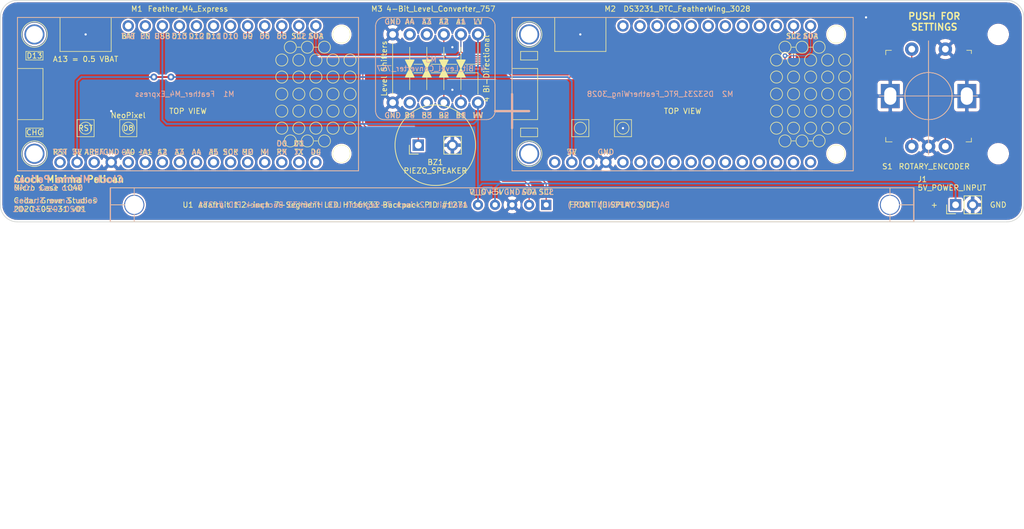
<source format=kicad_pcb>
(kicad_pcb (version 20171130) (host pcbnew "(5.1.6-0-10_14)")
  (title_block (title Clock_MiniM4_Pelican) (date 2020-05-31) (rev v01) (company "Cedar Grove Studios"))
  (layers (0 F.Cu signal) (31 B.Cu signal) (34 B.Paste user hide) (35 F.Paste user hide) (36 B.SilkS user) (37 F.SilkS user) (38 B.Mask user) (39 F.Mask user) (44 Edge.Cuts user))
  (net 0 "")
  (net 1 GND)
  (net 2 /SCL)
  (net 3 /SDA)
  (net 4 +3V3)
  (net 5 /D13-LED)
  (net 6 /D9)
  (net 7 /D6)
  (net 8 /D5)
  (net 9 /USB)
  (net 10 /5V_SCL)
  (net 11 /5V_SDA)
  (module Adafruit:1.2-inch_7-segment_LED_HT16K33_backpack (layer F.Cu) (at 152.4 91.44)
    (fp_text reference U1 (at -48.26 -22.86) (layer F.SilkS) (effects (font (size 0.8 0.8) (thickness 0.12))))
    (fp_text value 1.2-inch_7-segment_LED_HT16K33_backpack_1271)
    (fp_text user "Adafruit 1.2-inch 7-Segment LED HT16K33 Backpack PID #1271" (at -26.67 -22.86) (layer B.SilkS) (effects (font (size 0.8 0.8) (thickness 0.12)) (justify mirror)))
    (fp_text user +5V (at -2.54 -24.765) (layer B.SilkS) (effects (font (size 0.8 0.8) (thickness 0.12) italic) (justify mirror)))
    (fp_text user GND (at 0 -24.765) (layer B.SilkS) (effects (font (size 0.8 0.8) (thickness 0.12)) (justify mirror)))
    (fp_text user SDA (at 2.54 -24.765) (layer B.SilkS) (effects (font (size 0.8 0.8) (thickness 0.12) italic) (justify mirror)))
    (fp_text user V_IO (at -5.08 -24.765) (layer B.SilkS) (effects (font (size 0.8 0.8) (thickness 0.12)) (justify mirror)))
    (fp_text user SCL (at 5.08 -24.765) (layer B.SilkS) (effects (font (size 0.8 0.8) (thickness 0.12)) (justify mirror)))
    (fp_text user "BACK (COMPONENT SIDE)" (at 15.875 -22.86) (layer B.SilkS) (effects (font (size 0.8 0.8) (thickness 0.12)) (justify mirror)))
    (fp_text user "FRONT (DISPLAY SIDE)" (at 15.24 -22.86) (layer F.SilkS) (effects (font (size 0.8 0.8) (thickness 0.12))))
    (fp_text user "Adafruit 1.2-inch 7-Segment LED HT16K33 Backpack PID #1271" (at -26.67 -22.86) (layer F.SilkS) (effects (font (size 0.8 0.8) (thickness 0.12))))
    (fp_text user V_IO (at -5.08 -24.765) (layer F.SilkS) (effects (font (size 0.8 0.8) (thickness 0.12))))
    (fp_text user +5V (at -2.54 -24.765) (layer F.SilkS) (effects (font (size 0.8 0.8) (thickness 0.12) italic)))
    (fp_text user SCL (at 5.08 -24.765) (layer F.SilkS) (effects (font (size 0.8 0.8) (thickness 0.12))))
    (fp_text user SDA (at 2.54 -24.765) (layer F.SilkS) (effects (font (size 0.8 0.8) (thickness 0.12) italic)))
    (fp_text user GND (at 0 -24.765) (layer F.SilkS) (effects (font (size 0.8 0.8) (thickness 0.12))))
    (pad "" np_thru_hole circle (at -56.261 -22.86) (size 3 3) (drill 2.7) (layers *.Cu *.Mask))
    (pad "" np_thru_hole circle (at 56.261 -22.86) (size 3 3) (drill 2.7) (layers *.Cu *.Mask))
    (pad 1 thru_hole rect (at 5.08 -22.86) (size 1.524 1.524) (drill 0.762) (layers *.Cu *.Mask) (net 10 /5V_SCL))
    (pad 2 thru_hole circle (at 2.54 -22.86) (size 1.524 1.524) (drill 0.762) (layers *.Cu *.Mask) (net 11 /5V_SDA))
    (pad 4 thru_hole circle (at -2.54 -22.86) (size 1.524 1.524) (drill 0.762) (layers *.Cu *.Mask) (net 9 /USB))
    (pad 5 thru_hole circle (at -5.08 -22.86) (size 1.524 1.524) (drill 0.762) (layers *.Cu *.Mask) (net 9 /USB))
    (pad 3 thru_hole circle (at 0 -22.86) (size 1.524 1.524) (drill 0.762) (layers *.Cu *.Mask) (net 1 GND))
  )
  (module MountingHole:MountingHole_2.5mm (layer F.Cu) (at 224.79 60.96)
    (fp_text reference REF** hide)
    (fp_text value M2.5 hide)
    (pad "" np_thru_hole circle (at 0 0) (size 2.7 2.7) (drill 2.7) (layers *.Cu *.Mask))
  )
  (module MountingHole:MountingHole_2.5mm (layer F.Cu) (at 224.79 43.18)
    (fp_text reference REF** hide)
    (fp_text value M2.5 hide)
    (pad "" np_thru_hole circle (at 0 0) (size 2.7 2.7) (drill 2.7) (layers *.Cu *.Mask))
  )
  (module Adafruit:4-Bit_Level_Converter_757 (layer F.Cu) (at 140.97 48.26 270)
    (fp_text reference M3 (at -8.89 8.696666 180) (layer F.SilkS) (effects (font (size 0.8 0.8) (thickness 0.12))))
    (fp_text value 4-Bit_Level_Converter_757 (at -8.89 -0.828334 180) (layer F.SilkS) (effects (font (size 0.8 0.8) (thickness 0.12))))
    (fp_text user "4 Bi-Directional" (at 0 -7.62 90) (layer F.SilkS) (effects (font (size 0.8 0.8) (thickness 0.12))))
    (fp_text user "Level Shifters" (at 0 7.62 90) (layer F.SilkS) (effects (font (size 0.8 0.8) (thickness 0.12))))
    (fp_text user GND (at -6.985 6.35) (layer F.SilkS) (effects (font (size 0.8 0.8) (thickness 0.12))))
    (fp_text user GND (at 6.985 6.35) (layer F.SilkS) (effects (font (size 0.8 0.8) (thickness 0.12))))
    (fp_text user LV (at -6.985 -6.35) (layer F.SilkS) (effects (font (size 0.8 0.8) (thickness 0.12))))
    (fp_text user A1 (at -6.985 -3.81) (layer F.SilkS) (effects (font (size 0.8 0.8) (thickness 0.12))))
    (fp_text user A2 (at -6.985 -1.27) (layer F.SilkS) (effects (font (size 0.8 0.8) (thickness 0.12))))
    (fp_text user A3 (at -6.985 1.27) (layer F.SilkS) (effects (font (size 0.8 0.8) (thickness 0.12))))
    (fp_text user A4 (at -6.985 3.81) (layer F.SilkS) (effects (font (size 0.8 0.8) (thickness 0.12))))
    (fp_text user B4 (at 6.985 3.81) (layer F.SilkS) (effects (font (size 0.8 0.8) (thickness 0.12))))
    (fp_text user B3 (at 6.985 1.27) (layer F.SilkS) (effects (font (size 0.8 0.8) (thickness 0.12))))
    (fp_text user B2 (at 6.985 -1.27) (layer F.SilkS) (effects (font (size 0.8 0.8) (thickness 0.12))))
    (fp_text user B1 (at 6.985 -3.81) (layer F.SilkS) (effects (font (size 0.8 0.8) (thickness 0.12))))
    (fp_text user HV (at 6.985 -6.35) (layer F.SilkS) (effects (font (size 0.8 0.8) (thickness 0.12))))
    (fp_text user GND (at 6.985 6.35 180) (layer B.SilkS) (effects (font (size 0.8 0.8) (thickness 0.12)) (justify mirror)))
    (fp_text user B4 (at 6.985 3.81 180) (layer B.SilkS) (effects (font (size 0.8 0.8) (thickness 0.12)) (justify mirror)))
    (fp_text user B3 (at 6.985 1.27 180) (layer B.SilkS) (effects (font (size 0.8 0.8) (thickness 0.12)) (justify mirror)))
    (fp_text user B2 (at 6.985 -1.27 180) (layer B.SilkS) (effects (font (size 0.8 0.8) (thickness 0.12)) (justify mirror)))
    (fp_text user B1 (at 6.985 -3.81 180) (layer B.SilkS) (effects (font (size 0.8 0.8) (thickness 0.12)) (justify mirror)))
    (fp_text user HV (at 6.985 -6.35 180) (layer B.SilkS) (effects (font (size 0.8 0.8) (thickness 0.12)) (justify mirror)))
    (fp_text user GND (at -6.985 6.35 180) (layer B.SilkS) (effects (font (size 0.8 0.8) (thickness 0.12)) (justify mirror)))
    (fp_text user LV (at -6.985 -6.35 180) (layer B.SilkS) (effects (font (size 0.8 0.8) (thickness 0.12)) (justify mirror)))
    (fp_text user A1 (at -6.985 -3.81 180) (layer B.SilkS) (effects (font (size 0.8 0.8) (thickness 0.12)) (justify mirror)))
    (fp_text user A2 (at -6.985 -1.27 180) (layer B.SilkS) (effects (font (size 0.8 0.8) (thickness 0.12)) (justify mirror)))
    (fp_text user A3 (at -6.985 1.27 180) (layer B.SilkS) (effects (font (size 0.8 0.8) (thickness 0.12)) (justify mirror)))
    (fp_text user A4 (at -6.985 3.81 180) (layer B.SilkS) (effects (font (size 0.8 0.8) (thickness 0.12)) (justify mirror)))
    (pad 1 thru_hole circle (at -5.08 -6.35 270) (size 1.8 1.8) (drill 1) (layers *.Cu *.Mask) (net 4 +3V3))
    (pad 2 thru_hole circle (at -5.08 -3.81 270) (size 1.8 1.8) (drill 1) (layers *.Cu *.Mask) (net 3 /SDA))
    (pad 3 thru_hole circle (at -5.08 -1.27 270) (size 1.8 1.8) (drill 1) (layers *.Cu *.Mask) (net 2 /SCL))
    (pad 4 thru_hole circle (at -5.08 1.27 270) (size 1.8 1.8) (drill 1) (layers *.Cu *.Mask))
    (pad 5 thru_hole circle (at -5.08 3.81 270) (size 1.8 1.8) (drill 1) (layers *.Cu *.Mask))
    (pad 6 thru_hole circle (at -5.08 6.35 270) (size 1.8 1.8) (drill 1) (layers *.Cu *.Mask) (net 1 GND))
    (pad 7 thru_hole circle (at 5.08 6.35 270) (size 1.8 1.8) (drill 1) (layers *.Cu *.Mask) (net 1 GND))
    (pad 8 thru_hole circle (at 5.08 3.81 270) (size 1.8 1.8) (drill 1) (layers *.Cu *.Mask))
    (pad 9 thru_hole circle (at 5.08 1.27 270) (size 1.8 1.8) (drill 1) (layers *.Cu *.Mask))
    (pad 10 thru_hole circle (at 5.08 -1.27 270) (size 1.8 1.8) (drill 1) (layers *.Cu *.Mask) (net 10 /5V_SCL))
    (pad 11 thru_hole circle (at 5.08 -3.81 270) (size 1.8 1.8) (drill 1) (layers *.Cu *.Mask) (net 11 /5V_SDA))
    (pad 12 thru_hole circle (at 5.08 -6.35 270) (size 1.8 1.8) (drill 1) (layers *.Cu *.Mask) (net 9 /USB))
  )
  (module Adafruit:Adafruit_Feather_M4_Express (layer F.Cu) (at 177.8 52.07)
    (fp_text reference M2 (at -10.795 -12.7) (layer F.SilkS) (effects (font (size 0.8 0.8) (thickness 0.12))))
    (fp_text value DS3231_RTC_FeatherWing_3028 (at 0.635 -12.7) (layer F.SilkS) (effects (font (size 0.8 0.8) (thickness 0.12))))
    (fp_text user "TOP VIEW" (at 0 2.54) (layer F.SilkS) (effects (font (size 0.8 0.8) (thickness 0.12))))
    (fp_text user 3V (at -16.51 8.636) (layer F.SilkS) (effects (font (size 0.8 0.8) (thickness 0.12))))
    (fp_text user GND (at -11.43 8.636) (layer F.SilkS) (effects (font (size 0.8 0.8) (thickness 0.12))))
    (fp_text user SDA (at 19.05 -8.636) (layer F.SilkS) (effects (font (size 0.8 0.8) (thickness 0.12))))
    (fp_text user SCL (at 16.51 -8.636) (layer F.SilkS) (effects (font (size 0.8 0.8) (thickness 0.12))))
    (fp_text user 3V (at -16.518111 8.67125) (layer B.SilkS) (effects (font (size 0.8 0.8) (thickness 0.12)) (justify mirror)))
    (fp_text user GND (at -11.438111 8.67125) (layer B.SilkS) (effects (font (size 0.8 0.8) (thickness 0.12)) (justify mirror)))
    (fp_text user SCL (at 16.501889 -8.60075) (layer B.SilkS) (effects (font (size 0.8 0.8) (thickness 0.12)) (justify mirror)))
    (fp_text user SDA (at 19.041889 -8.60075) (layer B.SilkS) (effects (font (size 0.8 0.8) (thickness 0.12)) (justify mirror)))
    (pad 1 thru_hole circle (at -19.05 10.16) (size 1.7 1.7) (drill 1) (layers *.Cu *.Mask))
    (pad 2 thru_hole circle (at -16.51 10.16) (size 1.7 1.7) (drill 1) (layers *.Cu *.Mask) (net 4 +3V3))
    (pad 3 thru_hole circle (at -13.97 10.16) (size 1.7 1.7) (drill 1) (layers *.Cu *.Mask))
    (pad 4 thru_hole circle (at -11.43 10.16) (size 1.7 1.7) (drill 1) (layers *.Cu *.Mask) (net 1 GND))
    (pad 5 thru_hole circle (at -8.89 10.16) (size 1.7 1.7) (drill 1) (layers *.Cu *.Mask))
    (pad 6 thru_hole circle (at -6.35 10.16) (size 1.7 1.7) (drill 1) (layers *.Cu *.Mask))
    (pad 7 thru_hole circle (at -3.81 10.16) (size 1.7 1.7) (drill 1) (layers *.Cu *.Mask))
    (pad 8 thru_hole circle (at -1.27 10.16) (size 1.7 1.7) (drill 1) (layers *.Cu *.Mask))
    (pad 9 thru_hole circle (at 1.27 10.16) (size 1.7 1.7) (drill 1) (layers *.Cu *.Mask))
    (pad 10 thru_hole circle (at 3.81 10.16) (size 1.7 1.7) (drill 1) (layers *.Cu *.Mask))
    (pad 11 thru_hole circle (at 6.35 10.16) (size 1.7 1.7) (drill 1) (layers *.Cu *.Mask))
    (pad 12 thru_hole circle (at 8.89 10.16) (size 1.7 1.7) (drill 1) (layers *.Cu *.Mask))
    (pad 13 thru_hole circle (at 11.43 10.16) (size 1.7 1.7) (drill 1) (layers *.Cu *.Mask))
    (pad 14 thru_hole circle (at 13.97 10.16) (size 1.7 1.7) (drill 1) (layers *.Cu *.Mask))
    (pad 15 thru_hole circle (at 16.51 10.16) (size 1.7 1.7) (drill 1) (layers *.Cu *.Mask))
    (pad 16 thru_hole circle (at 19.05 10.16) (size 1.7 1.7) (drill 1) (layers *.Cu *.Mask))
    (pad 17 thru_hole circle (at -8.89 -10.16) (size 1.7 1.7) (drill 1) (layers *.Cu *.Mask))
    (pad 18 thru_hole circle (at -6.35 -10.16) (size 1.7 1.7) (drill 1) (layers *.Cu *.Mask))
    (pad 19 thru_hole circle (at -3.81 -10.16) (size 1.7 1.7) (drill 1) (layers *.Cu *.Mask))
    (pad 20 thru_hole circle (at -1.27 -10.16) (size 1.7 1.7) (drill 1) (layers *.Cu *.Mask))
    (pad 21 thru_hole circle (at 1.27 -10.16) (size 1.7 1.7) (drill 1) (layers *.Cu *.Mask))
    (pad 22 thru_hole circle (at 3.81 -10.16) (size 1.7 1.7) (drill 1) (layers *.Cu *.Mask))
    (pad 23 thru_hole circle (at 6.35 -10.16) (size 1.7 1.7) (drill 1) (layers *.Cu *.Mask))
    (pad 24 thru_hole circle (at 8.89 -10.16) (size 1.7 1.7) (drill 1) (layers *.Cu *.Mask))
    (pad 25 thru_hole circle (at 11.43 -10.16) (size 1.7 1.7) (drill 1) (layers *.Cu *.Mask))
    (pad 26 thru_hole circle (at 13.97 -10.16) (size 1.7 1.7) (drill 1) (layers *.Cu *.Mask))
    (pad 27 thru_hole circle (at 16.51 -10.16) (size 1.7 1.7) (drill 1) (layers *.Cu *.Mask) (net 2 /SCL))
    (pad 28 thru_hole circle (at 19.05 -10.16) (size 1.7 1.7) (drill 1) (layers *.Cu *.Mask) (net 3 /SDA))
    (pad "" np_thru_hole circle (at 22.86 -8.89) (size 2.5 2.5) (drill 2.5) (layers *.Cu *.Mask))
    (pad "" np_thru_hole circle (at 22.86 8.89) (size 2.5 2.5) (drill 2.5) (layers *.Cu *.Mask))
    (pad "" thru_hole circle (at -22.86 8.89) (size 3 3) (drill 2.5) (layers *.Cu *.Mask))
    (pad "" thru_hole circle (at -22.86 -8.89) (size 3 3) (drill 2.5) (layers *.Cu *.Mask))
  )
  (module Socket_Strips:Socket_Strip_Straight_1x02_Pitch2.54mm (layer F.Cu) (at 138.43 59.69 90)
    (fp_text reference BZ1 (at -2.54 2.54 180) (layer F.SilkS) (effects (font (size 0.8 0.8) (thickness 0.12))))
    (fp_text value PIEZO_SPEAKER (at -3.81 2.54 180) (layer F.SilkS) (effects (font (size 0.8 0.8) (thickness 0.12))))
    (pad 2 thru_hole oval (at 0 5.08 90) (size 1.7 1.7) (drill 1) (layers *.Cu *.Mask) (net 1 GND))
    (pad 1 thru_hole rect (at 0 0 90) (size 1.7 1.7) (drill 1) (layers *.Cu *.Mask) (net 5 /D13-LED))
  )
  (module Connector_PinHeader_2.54mm:PinHeader_1x02_P2.54mm_Vertical (layer F.Cu) (at 218.44 68.58 90)
    (fp_text reference J1 (at 3.81 -5.715) (layer F.SilkS) (effects (font (size 0.8 0.8) (thickness 0.12)) (justify left)))
    (fp_text value 5V_POWER_INPUT (at 2.54 -5.715) (layer F.SilkS) (effects (font (size 0.8 0.8) (thickness 0.12)) (justify left)))
    (pad 2 thru_hole oval (at 0 2.54 90) (size 1.7 1.7) (drill 1) (layers *.Cu *.Mask) (net 1 GND))
    (pad 1 thru_hole rect (at 0 0 90) (size 1.7 1.7) (drill 1) (layers *.Cu *.Mask) (net 9 /USB))
  )
  (module digikey-footprints:Rotary_Encoder_Switched_PEC11R_mntg_hole (layer F.Cu) (at 208.915 52.07)
    (fp_text reference S1 hide)
    (fp_text value ROTARY_ENCODER (at 6.35 10.795) (layer F.SilkS) (effects (font (size 0.8 0.8) (thickness 0.12))))
    (fp_text user %R (at -0.635 10.795) (layer F.SilkS) (effects (font (size 0.8 0.8) (thickness 0.12))))
    (pad B thru_hole circle (at 8 7.8) (size 2 2) (drill 1) (layers *.Cu *.Mask) (net 8 /D5))
    (pad C thru_hole circle (at 5.5 7.8) (size 2 2) (drill 1) (layers *.Cu *.Mask) (net 1 GND))
    (pad A thru_hole circle (at 3 7.8) (size 2 2) (drill 1) (layers *.Cu *.Mask) (net 7 /D6))
    (pad 2 thru_hole circle (at 8 -6.7) (size 2 2) (drill 1) (layers *.Cu *.Mask) (net 1 GND))
    (pad 1 thru_hole circle (at 3 -6.7) (size 2 2) (drill 1) (layers *.Cu *.Mask) (net 6 /D9))
    (pad 3 thru_hole rect (at 11.2 0.3) (size 2.8 3.6) (drill oval 1.8 2.6) (layers *.Cu *.Mask) (net 1 GND))
    (pad 3 thru_hole rect (at -0.2 0.3) (size 2.8 3.6) (drill oval 1.8 2.6) (layers *.Cu *.Mask) (net 1 GND))
  )
  (module Adafruit:Adafruit_Feather_M4_Express (layer F.Cu) (at 104.14 52.07)
    (fp_text reference M1 (at -7.62 -12.7) (layer F.SilkS) (effects (font (size 0.8 0.8) (thickness 0.12))))
    (fp_text value Feather_M4_Express (at 0 -12.7) (layer F.SilkS) (effects (font (size 0.8 0.8) (thickness 0.12))))
    (fp_text user "A13 = 0.5 VBAT" (at -15.24 -5.207) (layer F.SilkS) (effects (font (size 0.8 0.8) (thickness 0.12))))
    (fp_text user "TOP VIEW" (at 0 2.54) (layer F.SilkS) (effects (font (size 0.8 0.8) (thickness 0.12))))
    (fp_text user NeoPixel (at -8.89 3.175) (layer F.SilkS) (effects (font (size 0.8 0.8) (thickness 0.12))))
    (fp_text user D8 (at -8.89 5.08) (layer F.SilkS) (effects (font (size 0.8 0.8) (thickness 0.12))))
    (fp_text user RST (at -15.24 5.08) (layer F.SilkS) (effects (font (size 0.8 0.8) (thickness 0.12))))
    (fp_text user CHG (at -22.86 5.715) (layer F.SilkS) (effects (font (size 0.8 0.8) (thickness 0.12))))
    (fp_text user D13 (at -22.86 -5.715) (layer F.SilkS) (effects (font (size 0.8 0.8) (thickness 0.12))))
    (fp_text user D1 (at 16.51 7.366) (layer F.SilkS) (effects (font (size 0.8 0.8) (thickness 0.12))))
    (fp_text user D0 (at 13.97 7.366) (layer F.SilkS) (effects (font (size 0.8 0.8) (thickness 0.12))))
    (fp_text user RST (at -19.05 8.636) (layer F.SilkS) (effects (font (size 0.8 0.8) (thickness 0.12))))
    (fp_text user 3V (at -16.51 8.636) (layer F.SilkS) (effects (font (size 0.8 0.8) (thickness 0.12))))
    (fp_text user AREF (at -13.97 8.636) (layer F.SilkS) (effects (font (size 0.8 0.8) (thickness 0.12))))
    (fp_text user GND (at -11.43 8.636) (layer F.SilkS) (effects (font (size 0.8 0.8) (thickness 0.12))))
    (fp_text user ~~A0 (at -8.89 8.636) (layer F.SilkS) (effects (font (size 0.8 0.8) (thickness 0.12))))
    (fp_text user ~~A1 (at -6.35 8.636) (layer F.SilkS) (effects (font (size 0.8 0.8) (thickness 0.12))))
    (fp_text user A2 (at -3.81 8.636) (layer F.SilkS) (effects (font (size 0.8 0.8) (thickness 0.12))))
    (fp_text user A4 (at 1.27 8.636) (layer F.SilkS) (effects (font (size 0.8 0.8) (thickness 0.12))))
    (fp_text user A5 (at 3.81 8.636) (layer F.SilkS) (effects (font (size 0.8 0.8) (thickness 0.12))))
    (fp_text user A3 (at -1.27 8.636) (layer F.SilkS) (effects (font (size 0.8 0.8) (thickness 0.12))))
    (fp_text user SCK (at 6.35 8.636) (layer F.SilkS) (effects (font (size 0.8 0.8) (thickness 0.12))))
    (fp_text user MI (at 11.43 8.636) (layer F.SilkS) (effects (font (size 0.8 0.8) (thickness 0.12))))
    (fp_text user MO (at 8.89 8.636) (layer F.SilkS) (effects (font (size 0.8 0.8) (thickness 0.12))))
    (fp_text user RX (at 13.97 8.636) (layer F.SilkS) (effects (font (size 0.8 0.8) (thickness 0.12))))
    (fp_text user D13 (at -1.27 -8.636) (layer F.SilkS) (effects (font (size 0.8 0.8) (thickness 0.12))))
    (fp_text user D11 (at 3.81 -8.636) (layer F.SilkS) (effects (font (size 0.8 0.8) (thickness 0.12))))
    (fp_text user D10 (at 6.35 -8.636) (layer F.SilkS) (effects (font (size 0.8 0.8) (thickness 0.12))))
    (fp_text user EN (at -6.35 -8.636) (layer F.SilkS) (effects (font (size 0.8 0.8) (thickness 0.12))))
    (fp_text user USB (at -3.81 -8.636) (layer F.SilkS) (effects (font (size 0.8 0.8) (thickness 0.12))))
    (fp_text user D12 (at 1.27 -8.636) (layer F.SilkS) (effects (font (size 0.8 0.8) (thickness 0.12))))
    (fp_text user BAT (at -8.89 -8.636) (layer F.SilkS) (effects (font (size 0.8 0.8) (thickness 0.12))))
    (fp_text user SDA (at 19.05 -8.636) (layer F.SilkS) (effects (font (size 0.8 0.8) (thickness 0.12))))
    (fp_text user SCL (at 16.51 -8.636) (layer F.SilkS) (effects (font (size 0.8 0.8) (thickness 0.12))))
    (fp_text user D6 (at 11.43 -8.636) (layer F.SilkS) (effects (font (size 0.8 0.8) (thickness 0.12))))
    (fp_text user D9 (at 8.89 -8.636) (layer F.SilkS) (effects (font (size 0.8 0.8) (thickness 0.12))))
    (fp_text user D5 (at 13.97 -8.636) (layer F.SilkS) (effects (font (size 0.8 0.8) (thickness 0.12))))
    (fp_text user TX (at 16.51 8.636) (layer F.SilkS) (effects (font (size 0.8 0.8) (thickness 0.12))))
    (fp_text user D4 (at 19.05 8.636) (layer F.SilkS) (effects (font (size 0.8 0.8) (thickness 0.12))))
    (fp_text user D1 (at 16.501889 7.40125) (layer B.SilkS) (effects (font (size 0.8 0.8) (thickness 0.12)) (justify mirror)))
    (fp_text user D0 (at 13.961889 7.40125) (layer B.SilkS) (effects (font (size 0.8 0.8) (thickness 0.12)) (justify mirror)))
    (fp_text user RST (at -19.058111 8.67125) (layer B.SilkS) (effects (font (size 0.8 0.8) (thickness 0.12)) (justify mirror)))
    (fp_text user 3V (at -16.518111 8.67125) (layer B.SilkS) (effects (font (size 0.8 0.8) (thickness 0.12)) (justify mirror)))
    (fp_text user AREF (at -13.978111 8.67125) (layer B.SilkS) (effects (font (size 0.8 0.8) (thickness 0.12)) (justify mirror)))
    (fp_text user GND (at -11.438111 8.67125) (layer B.SilkS) (effects (font (size 0.8 0.8) (thickness 0.12)) (justify mirror)))
    (fp_text user ~~A0 (at -8.898111 8.67125) (layer B.SilkS) (effects (font (size 0.8 0.8) (thickness 0.12)) (justify mirror)))
    (fp_text user D10 (at 6.341889 -8.60075) (layer B.SilkS) (effects (font (size 0.8 0.8) (thickness 0.12)) (justify mirror)))
    (fp_text user MO (at 8.881889 8.67125) (layer B.SilkS) (effects (font (size 0.8 0.8) (thickness 0.12)) (justify mirror)))
    (fp_text user D9 (at 8.881889 -8.60075) (layer B.SilkS) (effects (font (size 0.8 0.8) (thickness 0.12)) (justify mirror)))
    (fp_text user SCL (at 16.501889 -8.60075) (layer B.SilkS) (effects (font (size 0.8 0.8) (thickness 0.12)) (justify mirror)))
    (fp_text user MI (at 11.421889 8.67125) (layer B.SilkS) (effects (font (size 0.8 0.8) (thickness 0.12)) (justify mirror)))
    (fp_text user D6 (at 11.421889 -8.60075) (layer B.SilkS) (effects (font (size 0.8 0.8) (thickness 0.12)) (justify mirror)))
    (fp_text user BAT (at -8.898111 -8.60075) (layer B.SilkS) (effects (font (size 0.8 0.8) (thickness 0.12)) (justify mirror)))
    (fp_text user D4 (at 19.041889 8.67125) (layer B.SilkS) (effects (font (size 0.8 0.8) (thickness 0.12)) (justify mirror)))
    (fp_text user SCK (at 6.341889 8.67125) (layer B.SilkS) (effects (font (size 0.8 0.8) (thickness 0.12)) (justify mirror)))
    (fp_text user D5 (at 13.961889 -8.60075) (layer B.SilkS) (effects (font (size 0.8 0.8) (thickness 0.12)) (justify mirror)))
    (fp_text user ~~A1 (at -6.358111 8.67125) (layer B.SilkS) (effects (font (size 0.8 0.8) (thickness 0.12)) (justify mirror)))
    (fp_text user A2 (at -3.818111 8.67125) (layer B.SilkS) (effects (font (size 0.8 0.8) (thickness 0.12)) (justify mirror)))
    (fp_text user D11 (at 3.801889 -8.60075) (layer B.SilkS) (effects (font (size 0.8 0.8) (thickness 0.12)) (justify mirror)))
    (fp_text user A3 (at -1.278111 8.67125) (layer B.SilkS) (effects (font (size 0.8 0.8) (thickness 0.12)) (justify mirror)))
    (fp_text user RX (at 13.961889 8.67125) (layer B.SilkS) (effects (font (size 0.8 0.8) (thickness 0.12)) (justify mirror)))
    (fp_text user SDA (at 19.041889 -8.60075) (layer B.SilkS) (effects (font (size 0.8 0.8) (thickness 0.12)) (justify mirror)))
    (fp_text user A5 (at 3.801889 8.67125) (layer B.SilkS) (effects (font (size 0.8 0.8) (thickness 0.12)) (justify mirror)))
    (fp_text user D13 (at -1.278111 -8.60075) (layer B.SilkS) (effects (font (size 0.8 0.8) (thickness 0.12)) (justify mirror)))
    (fp_text user EN (at -6.358111 -8.60075) (layer B.SilkS) (effects (font (size 0.8 0.8) (thickness 0.12)) (justify mirror)))
    (fp_text user USB (at -3.818111 -8.60075) (layer B.SilkS) (effects (font (size 0.8 0.8) (thickness 0.12)) (justify mirror)))
    (fp_text user A4 (at 1.261889 8.67125) (layer B.SilkS) (effects (font (size 0.8 0.8) (thickness 0.12)) (justify mirror)))
    (fp_text user D12 (at 1.261889 -8.60075) (layer B.SilkS) (effects (font (size 0.8 0.8) (thickness 0.12)) (justify mirror)))
    (fp_text user TX (at 16.501889 8.67125) (layer B.SilkS) (effects (font (size 0.8 0.8) (thickness 0.12)) (justify mirror)))
    (pad 1 thru_hole circle (at -19.05 10.16) (size 1.7 1.7) (drill 1) (layers *.Cu *.Mask))
    (pad 2 thru_hole circle (at -16.51 10.16) (size 1.7 1.7) (drill 1) (layers *.Cu *.Mask) (net 4 +3V3))
    (pad 3 thru_hole circle (at -13.97 10.16) (size 1.7 1.7) (drill 1) (layers *.Cu *.Mask))
    (pad 4 thru_hole circle (at -11.43 10.16) (size 1.7 1.7) (drill 1) (layers *.Cu *.Mask) (net 1 GND))
    (pad 5 thru_hole circle (at -8.89 10.16) (size 1.7 1.7) (drill 1) (layers *.Cu *.Mask))
    (pad 6 thru_hole circle (at -6.35 10.16) (size 1.7 1.7) (drill 1) (layers *.Cu *.Mask))
    (pad 7 thru_hole circle (at -3.81 10.16) (size 1.7 1.7) (drill 1) (layers *.Cu *.Mask))
    (pad 8 thru_hole circle (at -1.27 10.16) (size 1.7 1.7) (drill 1) (layers *.Cu *.Mask))
    (pad 9 thru_hole circle (at 1.27 10.16) (size 1.7 1.7) (drill 1) (layers *.Cu *.Mask))
    (pad 10 thru_hole circle (at 3.81 10.16) (size 1.7 1.7) (drill 1) (layers *.Cu *.Mask))
    (pad 11 thru_hole circle (at 6.35 10.16) (size 1.7 1.7) (drill 1) (layers *.Cu *.Mask))
    (pad 12 thru_hole circle (at 8.89 10.16) (size 1.7 1.7) (drill 1) (layers *.Cu *.Mask))
    (pad 13 thru_hole circle (at 11.43 10.16) (size 1.7 1.7) (drill 1) (layers *.Cu *.Mask))
    (pad 14 thru_hole circle (at 13.97 10.16) (size 1.7 1.7) (drill 1) (layers *.Cu *.Mask))
    (pad 15 thru_hole circle (at 16.51 10.16) (size 1.7 1.7) (drill 1) (layers *.Cu *.Mask))
    (pad 16 thru_hole circle (at 19.05 10.16) (size 1.7 1.7) (drill 1) (layers *.Cu *.Mask))
    (pad 17 thru_hole circle (at -8.89 -10.16) (size 1.7 1.7) (drill 1) (layers *.Cu *.Mask))
    (pad 18 thru_hole circle (at -6.35 -10.16) (size 1.7 1.7) (drill 1) (layers *.Cu *.Mask))
    (pad 19 thru_hole circle (at -3.81 -10.16) (size 1.7 1.7) (drill 1) (layers *.Cu *.Mask) (net 9 /USB))
    (pad 20 thru_hole circle (at -1.27 -10.16) (size 1.7 1.7) (drill 1) (layers *.Cu *.Mask) (net 5 /D13-LED))
    (pad 21 thru_hole circle (at 1.27 -10.16) (size 1.7 1.7) (drill 1) (layers *.Cu *.Mask))
    (pad 22 thru_hole circle (at 3.81 -10.16) (size 1.7 1.7) (drill 1) (layers *.Cu *.Mask))
    (pad 23 thru_hole circle (at 6.35 -10.16) (size 1.7 1.7) (drill 1) (layers *.Cu *.Mask))
    (pad 24 thru_hole circle (at 8.89 -10.16) (size 1.7 1.7) (drill 1) (layers *.Cu *.Mask) (net 6 /D9))
    (pad 25 thru_hole circle (at 11.43 -10.16) (size 1.7 1.7) (drill 1) (layers *.Cu *.Mask) (net 7 /D6))
    (pad 26 thru_hole circle (at 13.97 -10.16) (size 1.7 1.7) (drill 1) (layers *.Cu *.Mask) (net 8 /D5))
    (pad 27 thru_hole circle (at 16.51 -10.16) (size 1.7 1.7) (drill 1) (layers *.Cu *.Mask) (net 2 /SCL))
    (pad 28 thru_hole circle (at 19.05 -10.16) (size 1.7 1.7) (drill 1) (layers *.Cu *.Mask) (net 3 /SDA))
    (pad "" np_thru_hole circle (at 22.86 -8.89) (size 2.5 2.5) (drill 2.5) (layers *.Cu *.Mask))
    (pad "" np_thru_hole circle (at 22.86 8.89) (size 2.5 2.5) (drill 2.5) (layers *.Cu *.Mask))
    (pad "" thru_hole circle (at -22.86 8.89) (size 3 3) (drill 2.5) (layers *.Cu *.Mask))
    (pad "" thru_hole circle (at -22.86 -8.89) (size 3 3) (drill 2.5) (layers *.Cu *.Mask))
  )
  (gr_line (start 212.217 66.04) (end 212.217 71.12) (layer B.SilkS) (width 0.15))
  (gr_line (start 92.583 66.04) (end 92.583 71.12) (layer B.SilkS) (width 0.15))
  (gr_line (start 212.217 66.04) (end 212.217 71.12) (layer F.SilkS) (width 0.15))
  (gr_line (start 92.583 66.04) (end 92.583 71.12) (layer F.SilkS) (width 0.15))
  (gr_line (start 152.4 57.15) (end 152.4 52.07) (layer B.SilkS) (width 0.3))
  (gr_line (start 149.86 54.61) (end 154.94 54.61) (layer B.SilkS) (width 0.3))
  (gr_line (start 149.86 54.61) (end 154.94 54.61) (layer F.SilkS) (width 0.3))
  (gr_line (start 152.4 52.07) (end 152.4 57.15) (layer F.SilkS) (width 0.3))
  (gr_text "Micro Case 1040" (at 78.105 66.04) (layer F.SilkS) (effects (font (size 0.8 0.8) (thickness 0.12)) (justify left)))
  (gr_text "Micro Case 1040" (at 78.105 66.04) (layer B.SilkS) (effects (font (size 0.8 0.8) (thickness 0.12)) (justify right mirror)))
  (gr_text "Cedar Grove Studios" (at 90.805 67.945) (layer B.SilkS) (effects (font (size 0.8 0.8) (thickness 0.12)) (justify left mirror)))
  (gr_text "Clock Minima Pelican\n" (at 94.615 64.77) (layer B.SilkS) (effects (font (size 1 1) (thickness 0.2)) (justify left mirror)))
  (gr_text "2020-05-31 v01" (at 88.9 69.215) (layer B.SilkS) (effects (font (size 0.8 0.8) (thickness 0.12)) (justify left mirror)))
  (gr_text "M2  DS3231_RTC_FeatherWing_3028" (at 185.42 52.07) (layer B.SilkS) (effects (font (size 0.8 0.8) (thickness 0.12)) (justify left mirror)))
  (gr_text "M3\n4-Bit_Level_Converter_757" (at 140.335 47.625) (layer B.SilkS) (effects (font (size 0.8 0.8) (thickness 0.12)) (justify mirror)))
  (gr_text "M1  Feather_M4_Express" (at 111.125 52.07) (layer B.SilkS) (effects (font (size 0.8 0.8) (thickness 0.12)) (justify left mirror)))
  (gr_text "PUSH FOR\nSETTINGS" (at 215.265 41.275) (layer F.SilkS) (effects (font (size 1 1) (thickness 0.2))))
  (gr_text GND (at 224.79 68.58) (layer F.SilkS) (effects (font (size 0.8 0.8) (thickness 0.12))))
  (gr_text + (at 215.265 68.58) (layer F.SilkS) (effects (font (size 0.8 0.8) (thickness 0.12))))
  (gr_arc (start 78.74 68.58) (end 76.2 68.58) (angle -90) (layer Edge.Cuts) (width 0.1))
  (gr_arc (start 226.06 68.58) (end 226.06 71.12) (angle -90) (layer Edge.Cuts) (width 0.1))
  (gr_arc (start 226.06 40.64) (end 228.6 40.64) (angle -90) (layer Edge.Cuts) (width 0.1))
  (gr_arc (start 78.74 40.64) (end 78.74 38.1) (angle -90) (layer Edge.Cuts) (width 0.1))
  (gr_line (start 78.74 38.1) (end 226.06 38.1) (layer Edge.Cuts) (width 0.1))
  (gr_line (start 76.2 68.58) (end 76.2 40.64) (layer Edge.Cuts) (width 0.1))
  (gr_line (start 228.6 68.58) (end 228.6 40.64) (layer Edge.Cuts) (width 0.1))
  (gr_line (start 78.74 71.12) (end 226.06 71.12) (layer Edge.Cuts) (width 0.1))
  (gr_text "2020-05-31 v01" (at 78.105 69.215) (layer F.SilkS) (effects (font (size 0.8 0.8) (thickness 0.12)) (justify left)))
  (gr_text "Clock Minima Pelican\n" (at 78.105 64.77) (layer F.SilkS) (effects (font (size 1 1) (thickness 0.2)) (justify left)))
  (gr_text "Cedar Grove Studios" (at 78.105 67.945) (layer F.SilkS) (effects (font (size 0.8 0.8) (thickness 0.12)) (justify left)))
  (via (at 162.56 43.18) (size 0.6858) (drill 0.3302) (layers F.Cu B.Cu) (net 1))
  (via (at 92.71 54.61) (size 0.6858) (drill 0.3302) (layers F.Cu B.Cu) (net 1))
  (via (at 168.91 57.15) (size 0.6858) (drill 0.3302) (layers F.Cu B.Cu) (net 1))
  (via (at 88.9 43.18) (size 0.6858) (drill 0.3302) (layers F.Cu B.Cu) (net 1))
  (via (at 205.105 40.64) (size 0.6858) (drill 0.3302) (layers F.Cu B.Cu) (net 1))
  (via (at 143.51 45.085) (size 0.6858) (drill 0.3302) (layers F.Cu B.Cu) (net 1))
  (via (at 143.51 51.435) (size 0.6858) (drill 0.3302) (layers F.Cu B.Cu) (net 1))
  (segment (start 120.980191 46.685191) (end 120.65 46.355) (width 0.1524) (layer F.Cu) (net 2))
  (segment (start 120.65 46.355) (end 120.65 41.91) (width 0.1524) (layer F.Cu) (net 2))
  (segment (start 152.753388 48.59019) (end 150.848389 46.685191) (width 0.1524) (layer F.Cu) (net 2))
  (segment (start 193.97981 48.59019) (end 152.753388 48.59019) (width 0.1524) (layer F.Cu) (net 2))
  (segment (start 194.31 48.26) (end 193.97981 48.59019) (width 0.1524) (layer F.Cu) (net 2))
  (segment (start 194.31 41.91) (end 194.31 48.26) (width 0.1524) (layer F.Cu) (net 2))
  (segment (start 142.24 46.355) (end 142.570191 46.685191) (width 0.1524) (layer F.Cu) (net 2))
  (segment (start 142.24 43.18) (end 142.24 46.355) (width 0.1524) (layer F.Cu) (net 2))
  (segment (start 142.570191 46.685191) (end 120.980191 46.685191) (width 0.1524) (layer F.Cu) (net 2))
  (segment (start 150.848389 46.685191) (end 142.570191 46.685191) (width 0.1524) (layer F.Cu) (net 2))
  (segment (start 123.19 41.91) (end 123.19 41.275) (width 0.1524) (layer F.Cu) (net 3))
  (segment (start 196.85 41.91) (end 196.85 45.72) (width 0.1524) (layer B.Cu) (net 3))
  (segment (start 196.85 45.72) (end 196.215 46.355) (width 0.1524) (layer B.Cu) (net 3))
  (via (at 193.04 46.355) (size 0.6858) (drill 0.3302) (layers F.Cu B.Cu) (net 3))
  (segment (start 196.215 46.355) (end 193.04 46.355) (width 0.1524) (layer B.Cu) (net 3))
  (segment (start 144.78 45.72) (end 144.78 43.18) (width 0.1524) (layer F.Cu) (net 3))
  (segment (start 150.495 46.355) (end 145.415 46.355) (width 0.1524) (layer F.Cu) (net 3))
  (segment (start 145.415 46.355) (end 144.78 45.72) (width 0.1524) (layer F.Cu) (net 3))
  (segment (start 150.520381 46.380381) (end 150.495 46.355) (width 0.1524) (layer F.Cu) (net 3))
  (segment (start 151.155381 46.380381) (end 150.520381 46.380381) (width 0.1524) (layer F.Cu) (net 3))
  (segment (start 153.035 48.26) (end 151.155381 46.380381) (width 0.1524) (layer F.Cu) (net 3))
  (segment (start 192.405 48.26) (end 153.035 48.26) (width 0.1524) (layer F.Cu) (net 3))
  (segment (start 193.04 47.625) (end 192.405 48.26) (width 0.1524) (layer F.Cu) (net 3))
  (segment (start 193.04 46.355) (end 193.04 47.625) (width 0.1524) (layer F.Cu) (net 3))
  (segment (start 123.19 41.91) (end 123.19 45.72) (width 0.1524) (layer B.Cu) (net 3))
  (segment (start 123.19 45.72) (end 123.825 46.355) (width 0.1524) (layer B.Cu) (net 3))
  (segment (start 123.825 46.355) (end 144.145 46.355) (width 0.1524) (layer B.Cu) (net 3))
  (segment (start 144.78 45.72) (end 144.78 43.18) (width 0.1524) (layer B.Cu) (net 3))
  (segment (start 144.145 46.355) (end 144.78 45.72) (width 0.1524) (layer B.Cu) (net 3))
  (via (at 99.06 49.53) (size 1.016) (drill 0.508) (layers F.Cu B.Cu) (net 4))
  (via (at 101.6 49.53) (size 1.016) (drill 0.508) (layers F.Cu B.Cu) (net 4))
  (segment (start 99.06 49.53) (end 101.6 49.53) (width 0.254) (layer F.Cu) (net 4))
  (segment (start 147.32 48.895) (end 147.955 49.53) (width 0.254) (layer B.Cu) (net 4))
  (segment (start 147.32 43.18) (end 147.32 48.895) (width 0.254) (layer B.Cu) (net 4))
  (segment (start 149.225 49.53) (end 147.955 49.53) (width 0.254) (layer B.Cu) (net 4))
  (segment (start 146.933332 49.53) (end 147.955 49.53) (width 0.254) (layer B.Cu) (net 4))
  (segment (start 101.6 49.53) (end 146.933332 49.53) (width 0.254) (layer B.Cu) (net 4))
  (segment (start 88.265 49.53) (end 99.06 49.53) (width 0.254) (layer B.Cu) (net 4))
  (segment (start 87.63 50.165) (end 88.265 49.53) (width 0.254) (layer B.Cu) (net 4))
  (segment (start 87.63 62.23) (end 87.63 50.165) (width 0.254) (layer B.Cu) (net 4))
  (segment (start 161.29 62.23) (end 161.29 50.165) (width 0.254) (layer B.Cu) (net 4))
  (segment (start 160.655 49.53) (end 149.225 49.53) (width 0.254) (layer B.Cu) (net 4))
  (segment (start 161.29 50.165) (end 160.655 49.53) (width 0.254) (layer B.Cu) (net 4))
  (segment (start 137.795 57.15) (end 138.43 57.785) (width 0.1524) (layer F.Cu) (net 5))
  (segment (start 130.81 57.15) (end 137.795 57.15) (width 0.1524) (layer F.Cu) (net 5))
  (segment (start 130.175 48.387) (end 130.175 56.515) (width 0.1524) (layer F.Cu) (net 5))
  (segment (start 129.71781 47.92981) (end 130.175 48.387) (width 0.1524) (layer F.Cu) (net 5))
  (segment (start 138.43 57.785) (end 138.43 59.69) (width 0.1524) (layer F.Cu) (net 5))
  (segment (start 102.87 45.085) (end 103.505 45.72) (width 0.1524) (layer F.Cu) (net 5))
  (segment (start 113.538744 47.92981) (end 129.71781 47.92981) (width 0.1524) (layer F.Cu) (net 5))
  (segment (start 111.328934 45.72) (end 113.538744 47.92981) (width 0.1524) (layer F.Cu) (net 5))
  (segment (start 103.505 45.72) (end 111.328934 45.72) (width 0.1524) (layer F.Cu) (net 5))
  (segment (start 130.175 56.515) (end 130.81 57.15) (width 0.1524) (layer F.Cu) (net 5))
  (segment (start 102.87 41.91) (end 102.87 45.085) (width 0.1524) (layer F.Cu) (net 5))
  (segment (start 211.915 47.8) (end 211.915 45.37) (width 0.1524) (layer F.Cu) (net 6))
  (segment (start 206.375 48.26) (end 211.455 48.26) (width 0.1524) (layer F.Cu) (net 6))
  (segment (start 152.4 49.53) (end 205.105 49.53) (width 0.1524) (layer F.Cu) (net 6))
  (segment (start 211.455 48.26) (end 211.915 47.8) (width 0.1524) (layer F.Cu) (net 6))
  (segment (start 113.665 47.625) (end 150.495 47.625) (width 0.1524) (layer F.Cu) (net 6))
  (segment (start 150.495 47.625) (end 152.4 49.53) (width 0.1524) (layer F.Cu) (net 6))
  (segment (start 205.105 49.53) (end 206.375 48.26) (width 0.1524) (layer F.Cu) (net 6))
  (segment (start 113.03 46.99) (end 113.665 47.625) (width 0.1524) (layer F.Cu) (net 6))
  (segment (start 113.03 41.91) (end 113.03 46.99) (width 0.1524) (layer F.Cu) (net 6))
  (segment (start 115.90019 47.32019) (end 115.57 46.99) (width 0.1524) (layer F.Cu) (net 7))
  (segment (start 150.621256 47.32019) (end 115.90019 47.32019) (width 0.1524) (layer F.Cu) (net 7))
  (segment (start 206.375 47.625) (end 204.77481 49.22519) (width 0.1524) (layer F.Cu) (net 7))
  (segment (start 206.375 43.18) (end 206.375 47.625) (width 0.1524) (layer F.Cu) (net 7))
  (segment (start 207.01 42.545) (end 206.375 43.18) (width 0.1524) (layer F.Cu) (net 7))
  (segment (start 152.526256 49.22519) (end 150.621256 47.32019) (width 0.1524) (layer F.Cu) (net 7))
  (segment (start 220.345 47.625) (end 220.345 43.18) (width 0.1524) (layer F.Cu) (net 7))
  (segment (start 216.535 48.26) (end 219.71 48.26) (width 0.1524) (layer F.Cu) (net 7))
  (segment (start 219.71 42.545) (end 207.01 42.545) (width 0.1524) (layer F.Cu) (net 7))
  (segment (start 220.345 43.18) (end 219.71 42.545) (width 0.1524) (layer F.Cu) (net 7))
  (segment (start 215.9 48.895) (end 216.535 48.26) (width 0.1524) (layer F.Cu) (net 7))
  (segment (start 204.77481 49.22519) (end 152.526256 49.22519) (width 0.1524) (layer F.Cu) (net 7))
  (segment (start 211.915 57.96) (end 212.725 57.15) (width 0.1524) (layer F.Cu) (net 7))
  (segment (start 215.265 57.15) (end 215.9 56.515) (width 0.1524) (layer F.Cu) (net 7))
  (segment (start 115.57 46.99) (end 115.57 41.91) (width 0.1524) (layer F.Cu) (net 7))
  (segment (start 212.725 57.15) (end 215.265 57.15) (width 0.1524) (layer F.Cu) (net 7))
  (segment (start 219.71 48.26) (end 220.345 47.625) (width 0.1524) (layer F.Cu) (net 7))
  (segment (start 215.9 56.515) (end 215.9 48.895) (width 0.1524) (layer F.Cu) (net 7))
  (segment (start 211.915 59.87) (end 211.915 57.96) (width 0.1524) (layer F.Cu) (net 7))
  (segment (start 118.11 41.91) (end 118.11 45.085) (width 0.1524) (layer F.Cu) (net 8))
  (segment (start 216.86519 48.56481) (end 216.535 48.895) (width 0.1524) (layer F.Cu) (net 8))
  (segment (start 216.661256 48.56481) (end 216.86519 48.56481) (width 0.1524) (layer F.Cu) (net 8))
  (segment (start 216.20481 49.021256) (end 216.661256 48.56481) (width 0.1524) (layer F.Cu) (net 8))
  (segment (start 216.20481 56.81981) (end 216.20481 49.021256) (width 0.1524) (layer F.Cu) (net 8))
  (segment (start 216.915 57.53) (end 216.20481 56.81981) (width 0.1524) (layer F.Cu) (net 8))
  (segment (start 216.915 59.87) (end 216.915 57.53) (width 0.1524) (layer F.Cu) (net 8))
  (segment (start 118.11 46.355) (end 118.11 43.815) (width 0.1524) (layer F.Cu) (net 8))
  (segment (start 118.745 46.99) (end 118.11 46.355) (width 0.1524) (layer F.Cu) (net 8))
  (segment (start 152.627132 48.895) (end 150.722132 46.99) (width 0.1524) (layer F.Cu) (net 8))
  (segment (start 216.86519 48.56481) (end 219.836256 48.56481) (width 0.1524) (layer F.Cu) (net 8))
  (segment (start 206.070191 47.294809) (end 204.47 48.895) (width 0.1524) (layer F.Cu) (net 8))
  (segment (start 206.070191 43.053743) (end 206.070191 47.294809) (width 0.1524) (layer F.Cu) (net 8))
  (segment (start 118.11 43.815) (end 118.11 41.91) (width 0.1524) (layer F.Cu) (net 8))
  (segment (start 150.722132 46.99) (end 118.745 46.99) (width 0.1524) (layer F.Cu) (net 8))
  (segment (start 219.836257 42.240191) (end 206.883744 42.24019) (width 0.1524) (layer F.Cu) (net 8))
  (segment (start 220.649809 47.751257) (end 220.64981 43.053744) (width 0.1524) (layer F.Cu) (net 8))
  (segment (start 204.47 48.895) (end 152.627132 48.895) (width 0.1524) (layer F.Cu) (net 8))
  (segment (start 220.64981 43.053744) (end 219.836257 42.240191) (width 0.1524) (layer F.Cu) (net 8))
  (segment (start 206.883744 42.24019) (end 206.070191 43.053743) (width 0.1524) (layer F.Cu) (net 8))
  (segment (start 219.836256 48.56481) (end 220.649809 47.751257) (width 0.1524) (layer F.Cu) (net 8))
  (segment (start 147.32 67.31) (end 147.32 68.58) (width 0.254) (layer B.Cu) (net 9))
  (segment (start 218.44 67.31) (end 218.44 68.58) (width 0.254) (layer B.Cu) (net 9))
  (segment (start 146.685 56.515) (end 147.32 55.88) (width 0.254) (layer B.Cu) (net 9))
  (segment (start 100.965 56.515) (end 146.685 56.515) (width 0.254) (layer B.Cu) (net 9))
  (segment (start 100.33 41.91) (end 100.33 55.88) (width 0.254) (layer B.Cu) (net 9))
  (segment (start 100.33 55.88) (end 100.965 56.515) (width 0.254) (layer B.Cu) (net 9))
  (segment (start 147.32 55.88) (end 147.32 53.34) (width 0.254) (layer B.Cu) (net 9))
  (segment (start 218.44 68.58) (end 218.44 66.04) (width 0.254) (layer B.Cu) (net 9))
  (segment (start 218.44 66.04) (end 217.805 65.405) (width 0.254) (layer B.Cu) (net 9))
  (segment (start 147.955 65.405) (end 147.32 66.04) (width 0.254) (layer B.Cu) (net 9))
  (segment (start 147.32 66.04) (end 147.32 55.88) (width 0.254) (layer B.Cu) (net 9))
  (segment (start 147.32 68.58) (end 147.32 66.04) (width 0.254) (layer B.Cu) (net 9))
  (segment (start 149.86 66.04) (end 150.495 65.405) (width 0.254) (layer B.Cu) (net 9))
  (segment (start 149.86 68.58) (end 149.86 66.04) (width 0.254) (layer B.Cu) (net 9))
  (segment (start 150.495 65.405) (end 147.955 65.405) (width 0.254) (layer B.Cu) (net 9))
  (segment (start 217.805 65.405) (end 150.495 65.405) (width 0.254) (layer B.Cu) (net 9))
  (segment (start 150.495 50.8) (end 149.86 50.165) (width 0.1524) (layer F.Cu) (net 10))
  (segment (start 157.48 68.58) (end 157.48 65.405) (width 0.1524) (layer F.Cu) (net 10))
  (segment (start 151.13 64.77) (end 150.495 64.135) (width 0.1524) (layer F.Cu) (net 10))
  (segment (start 150.495 64.135) (end 150.495 50.8) (width 0.1524) (layer F.Cu) (net 10))
  (segment (start 156.845 64.77) (end 151.13 64.77) (width 0.1524) (layer F.Cu) (net 10))
  (segment (start 157.48 65.405) (end 156.845 64.77) (width 0.1524) (layer F.Cu) (net 10))
  (segment (start 142.24 50.8) (end 142.875 50.165) (width 0.1524) (layer F.Cu) (net 10))
  (segment (start 142.24 53.34) (end 142.24 50.8) (width 0.1524) (layer F.Cu) (net 10))
  (segment (start 149.86 50.165) (end 142.875 50.165) (width 0.1524) (layer F.Cu) (net 10))
  (segment (start 150.19019 50.926256) (end 149.733744 50.46981) (width 0.1524) (layer F.Cu) (net 11))
  (segment (start 150.19019 64.261256) (end 150.19019 50.926256) (width 0.1524) (layer F.Cu) (net 11))
  (segment (start 154.94 65.70981) (end 154.305 65.07481) (width 0.1524) (layer F.Cu) (net 11))
  (segment (start 151.003743 65.074809) (end 150.19019 64.261256) (width 0.1524) (layer F.Cu) (net 11))
  (segment (start 154.305 65.07481) (end 151.003743 65.074809) (width 0.1524) (layer F.Cu) (net 11))
  (segment (start 154.94 68.58) (end 154.94 65.70981) (width 0.1524) (layer F.Cu) (net 11))
  (segment (start 144.78 53.34) (end 144.78 51.10481) (width 0.1524) (layer F.Cu) (net 11))
  (segment (start 144.78 51.10481) (end 145.415 50.46981) (width 0.1524) (layer F.Cu) (net 11))
  (segment (start 145.415 50.46981) (end 145.71981 50.46981) (width 0.1524) (layer F.Cu) (net 11))
  (segment (start 149.733744 50.46981) (end 145.71981 50.46981) (width 0.1524) (layer F.Cu) (net 11))
  (zone (net 1) (net_name GND) (layer F.Cu) (connect_pads (clearance 0.254)) (min_thickness 0.254) (fill yes (arc_segments 32) (thermal_gap 0.508) (thermal_bridge_width 0.508))
    (polygon (pts (xy 228.6 71.12) (xy 76.2 71.12) (xy 76.2 38.1) (xy 228.6 38.1)))
  )
  (zone (net 1) (net_name GND) (layer B.Cu) (connect_pads (clearance 0.254)) (min_thickness 0.254) (fill yes (arc_segments 32) (thermal_gap 0.508) (thermal_bridge_width 0.508))
    (polygon (pts (xy 228.6 38.1) (xy 76.2 38.1) (xy 76.2 71.12) (xy 228.6 71.12)))
  )
)
</source>
